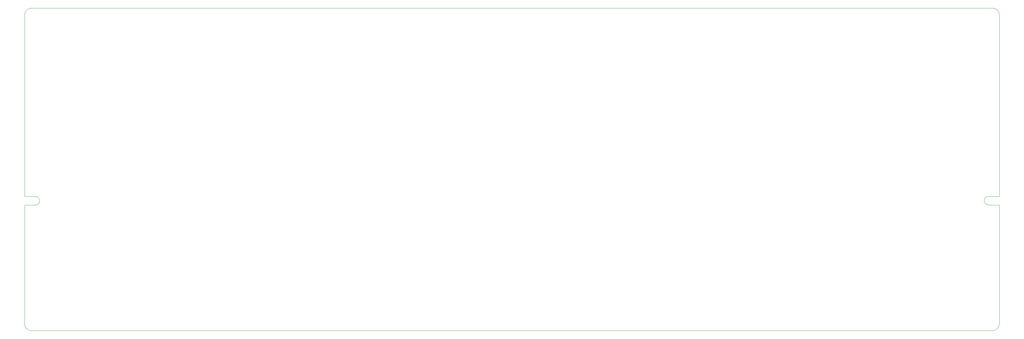
<source format=gbr>
%TF.GenerationSoftware,KiCad,Pcbnew,(5.1.0)-1*%
%TF.CreationDate,2019-04-30T15:13:16+08:00*%
%TF.ProjectId,keyboard,6b657962-6f61-4726-942e-6b696361645f,rev.C*%
%TF.SameCoordinates,PX3b67bd4PY97d81e8*%
%TF.FileFunction,Profile,NP*%
%FSLAX46Y46*%
G04 Gerber Fmt 4.6, Leading zero omitted, Abs format (unit mm)*
G04 Created by KiCad (PCBNEW (5.1.0)-1) date 2019-04-30 15:13:16*
%MOMM*%
%LPD*%
G04 APERTURE LIST*
%ADD10C,0.099100*%
G04 APERTURE END LIST*
D10*
X347291139Y-122360291D02*
X344055770Y-122360291D01*
X344208508Y-119843603D02*
X347291139Y-119843603D01*
X344208508Y-119843573D02*
G75*
G03X344055770Y-122360291I-76369J-1258359D01*
G01*
X347291700Y-122358329D02*
X347291700Y-157221200D01*
X65373631Y-122358359D02*
G75*
G03X65526369Y-119841641I76369J1258359D01*
G01*
X65373631Y-122358329D02*
X62291000Y-122358329D01*
X62291000Y-119841641D02*
X65526369Y-119841641D01*
X62291000Y-119841641D02*
X62291000Y-66618800D01*
X345262203Y-159220005D02*
G75*
G03X347289100Y-157221200I27897J1998805D01*
G01*
X345262200Y-159220200D02*
X64292480Y-159220200D01*
X347291700Y-66620000D02*
X347291700Y-119841641D01*
X84580000Y-64619900D02*
X64289900Y-64619900D01*
X64289900Y-64619900D02*
G75*
G03X62291000Y-66618800I0J-1998900D01*
G01*
X62290900Y-157221200D02*
G75*
G03X64289900Y-159220200I1999000J0D01*
G01*
X347289000Y-66618800D02*
G75*
G03X345290100Y-64619900I-1998900J0D01*
G01*
X62291000Y-157221200D02*
X62291000Y-122358329D01*
X84582000Y-64619900D02*
X345292700Y-64619900D01*
M02*

</source>
